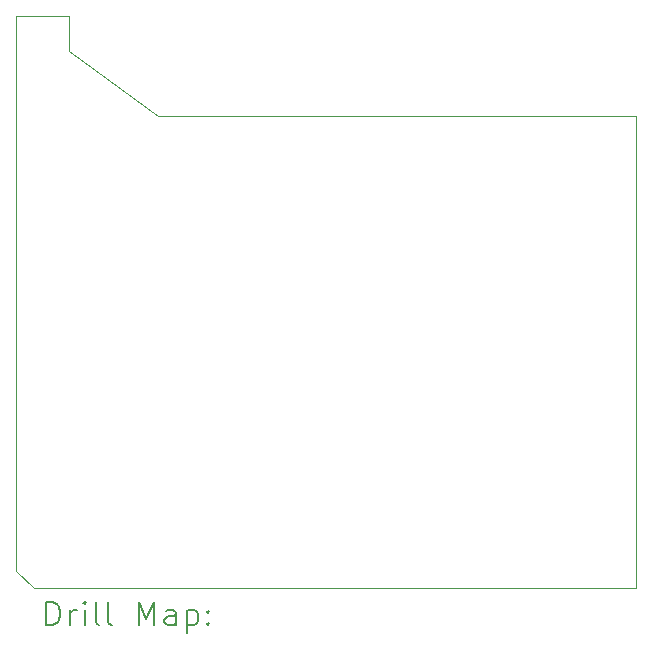
<source format=gbr>
%TF.GenerationSoftware,KiCad,Pcbnew,8.0.5*%
%TF.CreationDate,2024-11-11T20:44:40+01:00*%
%TF.ProjectId,nowa_plytka,6e6f7761-5f70-46c7-9974-6b612e6b6963,rev?*%
%TF.SameCoordinates,Original*%
%TF.FileFunction,Drillmap*%
%TF.FilePolarity,Positive*%
%FSLAX45Y45*%
G04 Gerber Fmt 4.5, Leading zero omitted, Abs format (unit mm)*
G04 Created by KiCad (PCBNEW 8.0.5) date 2024-11-11 20:44:40*
%MOMM*%
%LPD*%
G01*
G04 APERTURE LIST*
%ADD10C,0.050000*%
%ADD11C,0.200000*%
G04 APERTURE END LIST*
D10*
X11550000Y-8250000D02*
X12300000Y-8800000D01*
X16350000Y-8800000D01*
X16350000Y-12800000D01*
X11250000Y-12800000D01*
X11100000Y-12650000D01*
X11100000Y-7950000D01*
X11550000Y-7950000D01*
X11550000Y-8250000D01*
D11*
X11358277Y-13113984D02*
X11358277Y-12913984D01*
X11358277Y-12913984D02*
X11405896Y-12913984D01*
X11405896Y-12913984D02*
X11434467Y-12923508D01*
X11434467Y-12923508D02*
X11453515Y-12942555D01*
X11453515Y-12942555D02*
X11463039Y-12961603D01*
X11463039Y-12961603D02*
X11472562Y-12999698D01*
X11472562Y-12999698D02*
X11472562Y-13028269D01*
X11472562Y-13028269D02*
X11463039Y-13066365D01*
X11463039Y-13066365D02*
X11453515Y-13085412D01*
X11453515Y-13085412D02*
X11434467Y-13104460D01*
X11434467Y-13104460D02*
X11405896Y-13113984D01*
X11405896Y-13113984D02*
X11358277Y-13113984D01*
X11558277Y-13113984D02*
X11558277Y-12980650D01*
X11558277Y-13018746D02*
X11567801Y-12999698D01*
X11567801Y-12999698D02*
X11577324Y-12990174D01*
X11577324Y-12990174D02*
X11596372Y-12980650D01*
X11596372Y-12980650D02*
X11615420Y-12980650D01*
X11682086Y-13113984D02*
X11682086Y-12980650D01*
X11682086Y-12913984D02*
X11672562Y-12923508D01*
X11672562Y-12923508D02*
X11682086Y-12933031D01*
X11682086Y-12933031D02*
X11691610Y-12923508D01*
X11691610Y-12923508D02*
X11682086Y-12913984D01*
X11682086Y-12913984D02*
X11682086Y-12933031D01*
X11805896Y-13113984D02*
X11786848Y-13104460D01*
X11786848Y-13104460D02*
X11777324Y-13085412D01*
X11777324Y-13085412D02*
X11777324Y-12913984D01*
X11910658Y-13113984D02*
X11891610Y-13104460D01*
X11891610Y-13104460D02*
X11882086Y-13085412D01*
X11882086Y-13085412D02*
X11882086Y-12913984D01*
X12139229Y-13113984D02*
X12139229Y-12913984D01*
X12139229Y-12913984D02*
X12205896Y-13056841D01*
X12205896Y-13056841D02*
X12272562Y-12913984D01*
X12272562Y-12913984D02*
X12272562Y-13113984D01*
X12453515Y-13113984D02*
X12453515Y-13009222D01*
X12453515Y-13009222D02*
X12443991Y-12990174D01*
X12443991Y-12990174D02*
X12424943Y-12980650D01*
X12424943Y-12980650D02*
X12386848Y-12980650D01*
X12386848Y-12980650D02*
X12367801Y-12990174D01*
X12453515Y-13104460D02*
X12434467Y-13113984D01*
X12434467Y-13113984D02*
X12386848Y-13113984D01*
X12386848Y-13113984D02*
X12367801Y-13104460D01*
X12367801Y-13104460D02*
X12358277Y-13085412D01*
X12358277Y-13085412D02*
X12358277Y-13066365D01*
X12358277Y-13066365D02*
X12367801Y-13047317D01*
X12367801Y-13047317D02*
X12386848Y-13037793D01*
X12386848Y-13037793D02*
X12434467Y-13037793D01*
X12434467Y-13037793D02*
X12453515Y-13028269D01*
X12548753Y-12980650D02*
X12548753Y-13180650D01*
X12548753Y-12990174D02*
X12567801Y-12980650D01*
X12567801Y-12980650D02*
X12605896Y-12980650D01*
X12605896Y-12980650D02*
X12624943Y-12990174D01*
X12624943Y-12990174D02*
X12634467Y-12999698D01*
X12634467Y-12999698D02*
X12643991Y-13018746D01*
X12643991Y-13018746D02*
X12643991Y-13075888D01*
X12643991Y-13075888D02*
X12634467Y-13094936D01*
X12634467Y-13094936D02*
X12624943Y-13104460D01*
X12624943Y-13104460D02*
X12605896Y-13113984D01*
X12605896Y-13113984D02*
X12567801Y-13113984D01*
X12567801Y-13113984D02*
X12548753Y-13104460D01*
X12729705Y-13094936D02*
X12739229Y-13104460D01*
X12739229Y-13104460D02*
X12729705Y-13113984D01*
X12729705Y-13113984D02*
X12720182Y-13104460D01*
X12720182Y-13104460D02*
X12729705Y-13094936D01*
X12729705Y-13094936D02*
X12729705Y-13113984D01*
X12729705Y-12990174D02*
X12739229Y-12999698D01*
X12739229Y-12999698D02*
X12729705Y-13009222D01*
X12729705Y-13009222D02*
X12720182Y-12999698D01*
X12720182Y-12999698D02*
X12729705Y-12990174D01*
X12729705Y-12990174D02*
X12729705Y-13009222D01*
M02*

</source>
